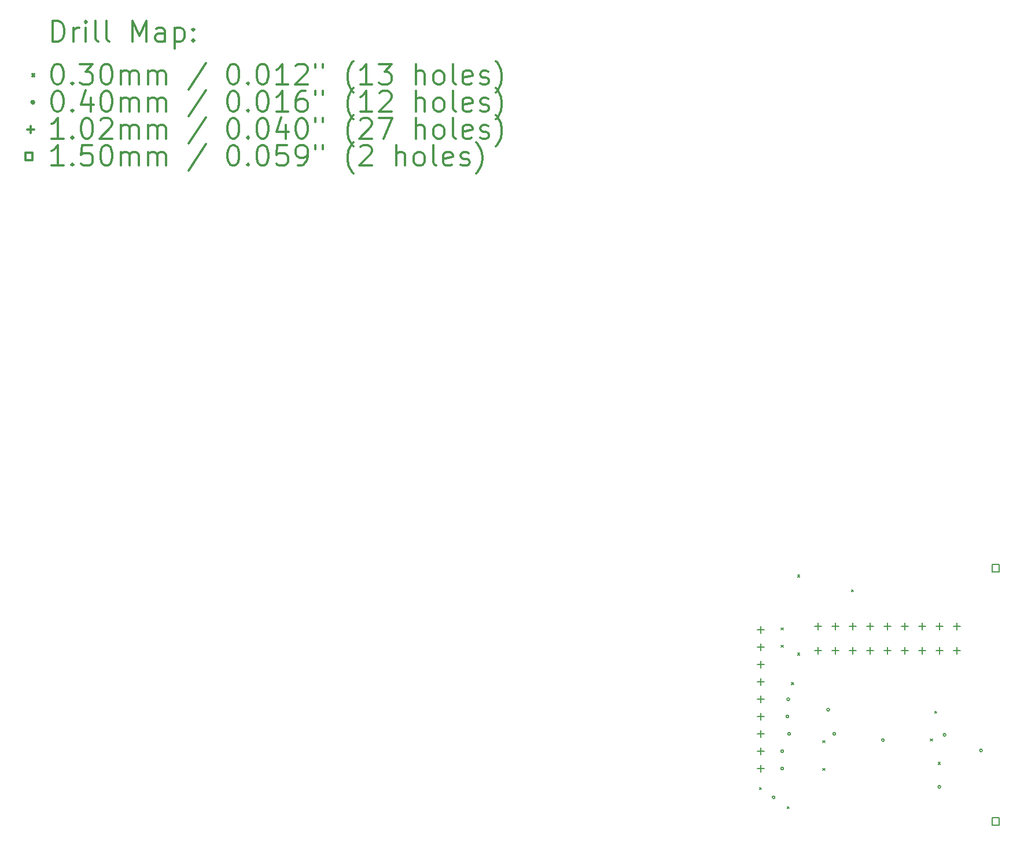
<source format=gbr>
%FSLAX45Y45*%
G04 Gerber Fmt 4.5, Leading zero omitted, Abs format (unit mm)*
G04 Created by KiCad (PCBNEW 4.0.6-e0-6349~53~ubuntu14.04.1) date Thu Nov 23 15:24:11 2017*
%MOMM*%
%LPD*%
G01*
G04 APERTURE LIST*
%ADD10C,0.127000*%
%ADD11C,0.200000*%
%ADD12C,0.300000*%
G04 APERTURE END LIST*
D10*
D11*
X10614900Y-11389600D02*
X10644900Y-11419600D01*
X10644900Y-11389600D02*
X10614900Y-11419600D01*
X10932400Y-9052800D02*
X10962400Y-9082800D01*
X10962400Y-9052800D02*
X10932400Y-9082800D01*
X10932400Y-9306800D02*
X10962400Y-9336800D01*
X10962400Y-9306800D02*
X10932400Y-9336800D01*
X11021300Y-11669000D02*
X11051300Y-11699000D01*
X11051300Y-11669000D02*
X11021300Y-11699000D01*
X11084800Y-9852900D02*
X11114800Y-9882900D01*
X11114800Y-9852900D02*
X11084800Y-9882900D01*
X11173700Y-8278100D02*
X11203700Y-8308100D01*
X11203700Y-8278100D02*
X11173700Y-8308100D01*
X11173700Y-9421100D02*
X11203700Y-9451100D01*
X11203700Y-9421100D02*
X11173700Y-9451100D01*
X11542000Y-10703800D02*
X11572000Y-10733800D01*
X11572000Y-10703800D02*
X11542000Y-10733800D01*
X11542000Y-11110200D02*
X11572000Y-11140200D01*
X11572000Y-11110200D02*
X11542000Y-11140200D01*
X11961100Y-8494000D02*
X11991100Y-8524000D01*
X11991100Y-8494000D02*
X11961100Y-8524000D01*
X13116800Y-10678400D02*
X13146800Y-10708400D01*
X13146800Y-10678400D02*
X13116800Y-10708400D01*
X13180300Y-10272000D02*
X13210300Y-10302000D01*
X13210300Y-10272000D02*
X13180300Y-10302000D01*
X13231100Y-11021300D02*
X13261100Y-11051300D01*
X13261100Y-11021300D02*
X13231100Y-11051300D01*
X10840400Y-11531600D02*
G75*
G03X10840400Y-11531600I-20000J0D01*
G01*
X10967400Y-10858500D02*
G75*
G03X10967400Y-10858500I-20000J0D01*
G01*
X10967400Y-11112500D02*
G75*
G03X10967400Y-11112500I-20000J0D01*
G01*
X11043600Y-10350500D02*
G75*
G03X11043600Y-10350500I-20000J0D01*
G01*
X11056300Y-10096500D02*
G75*
G03X11056300Y-10096500I-20000J0D01*
G01*
X11069000Y-10604500D02*
G75*
G03X11069000Y-10604500I-20000J0D01*
G01*
X11640500Y-10248900D02*
G75*
G03X11640500Y-10248900I-20000J0D01*
G01*
X11729400Y-10604500D02*
G75*
G03X11729400Y-10604500I-20000J0D01*
G01*
X12440600Y-10693400D02*
G75*
G03X12440600Y-10693400I-20000J0D01*
G01*
X13266100Y-11379200D02*
G75*
G03X13266100Y-11379200I-20000J0D01*
G01*
X13342300Y-10617200D02*
G75*
G03X13342300Y-10617200I-20000J0D01*
G01*
X13875700Y-10845800D02*
G75*
G03X13875700Y-10845800I-20000J0D01*
G01*
X10629900Y-9029700D02*
X10629900Y-9131300D01*
X10579100Y-9080500D02*
X10680700Y-9080500D01*
X10629900Y-9283700D02*
X10629900Y-9385300D01*
X10579100Y-9334500D02*
X10680700Y-9334500D01*
X10629900Y-9537700D02*
X10629900Y-9639300D01*
X10579100Y-9588500D02*
X10680700Y-9588500D01*
X10629900Y-9791700D02*
X10629900Y-9893300D01*
X10579100Y-9842500D02*
X10680700Y-9842500D01*
X10629900Y-10045700D02*
X10629900Y-10147300D01*
X10579100Y-10096500D02*
X10680700Y-10096500D01*
X10629900Y-10299700D02*
X10629900Y-10401300D01*
X10579100Y-10350500D02*
X10680700Y-10350500D01*
X10629900Y-10553700D02*
X10629900Y-10655300D01*
X10579100Y-10604500D02*
X10680700Y-10604500D01*
X10629900Y-10807700D02*
X10629900Y-10909300D01*
X10579100Y-10858500D02*
X10680700Y-10858500D01*
X10629900Y-11061700D02*
X10629900Y-11163300D01*
X10579100Y-11112500D02*
X10680700Y-11112500D01*
X11468100Y-8978900D02*
X11468100Y-9080500D01*
X11417300Y-9029700D02*
X11518900Y-9029700D01*
X11468100Y-9334500D02*
X11468100Y-9436100D01*
X11417300Y-9385300D02*
X11518900Y-9385300D01*
X11722100Y-8978900D02*
X11722100Y-9080500D01*
X11671300Y-9029700D02*
X11772900Y-9029700D01*
X11722100Y-9334500D02*
X11722100Y-9436100D01*
X11671300Y-9385300D02*
X11772900Y-9385300D01*
X11976100Y-8978900D02*
X11976100Y-9080500D01*
X11925300Y-9029700D02*
X12026900Y-9029700D01*
X11976100Y-9334500D02*
X11976100Y-9436100D01*
X11925300Y-9385300D02*
X12026900Y-9385300D01*
X12230100Y-8978900D02*
X12230100Y-9080500D01*
X12179300Y-9029700D02*
X12280900Y-9029700D01*
X12230100Y-9334500D02*
X12230100Y-9436100D01*
X12179300Y-9385300D02*
X12280900Y-9385300D01*
X12484100Y-8978900D02*
X12484100Y-9080500D01*
X12433300Y-9029700D02*
X12534900Y-9029700D01*
X12484100Y-9334500D02*
X12484100Y-9436100D01*
X12433300Y-9385300D02*
X12534900Y-9385300D01*
X12738100Y-8978900D02*
X12738100Y-9080500D01*
X12687300Y-9029700D02*
X12788900Y-9029700D01*
X12738100Y-9334500D02*
X12738100Y-9436100D01*
X12687300Y-9385300D02*
X12788900Y-9385300D01*
X12992100Y-8978900D02*
X12992100Y-9080500D01*
X12941300Y-9029700D02*
X13042900Y-9029700D01*
X12992100Y-9334500D02*
X12992100Y-9436100D01*
X12941300Y-9385300D02*
X13042900Y-9385300D01*
X13246100Y-8978900D02*
X13246100Y-9080500D01*
X13195300Y-9029700D02*
X13296900Y-9029700D01*
X13246100Y-9334500D02*
X13246100Y-9436100D01*
X13195300Y-9385300D02*
X13296900Y-9385300D01*
X13500100Y-8978900D02*
X13500100Y-9080500D01*
X13449300Y-9029700D02*
X13550900Y-9029700D01*
X13500100Y-9334500D02*
X13500100Y-9436100D01*
X13449300Y-9385300D02*
X13550900Y-9385300D01*
X14124633Y-8231833D02*
X14124633Y-8125766D01*
X14018566Y-8125766D01*
X14018566Y-8231833D01*
X14124633Y-8231833D01*
X14124633Y-11940233D02*
X14124633Y-11834166D01*
X14018566Y-11834166D01*
X14018566Y-11940233D01*
X14124633Y-11940233D01*
D12*
X271429Y-465714D02*
X271429Y-165714D01*
X342857Y-165714D01*
X385714Y-180000D01*
X414286Y-208571D01*
X428571Y-237143D01*
X442857Y-294286D01*
X442857Y-337143D01*
X428571Y-394286D01*
X414286Y-422857D01*
X385714Y-451429D01*
X342857Y-465714D01*
X271429Y-465714D01*
X571429Y-465714D02*
X571429Y-265714D01*
X571429Y-322857D02*
X585714Y-294286D01*
X600000Y-280000D01*
X628571Y-265714D01*
X657143Y-265714D01*
X757143Y-465714D02*
X757143Y-265714D01*
X757143Y-165714D02*
X742857Y-180000D01*
X757143Y-194286D01*
X771429Y-180000D01*
X757143Y-165714D01*
X757143Y-194286D01*
X942857Y-465714D02*
X914286Y-451429D01*
X900000Y-422857D01*
X900000Y-165714D01*
X1100000Y-465714D02*
X1071429Y-451429D01*
X1057143Y-422857D01*
X1057143Y-165714D01*
X1442857Y-465714D02*
X1442857Y-165714D01*
X1542857Y-380000D01*
X1642857Y-165714D01*
X1642857Y-465714D01*
X1914286Y-465714D02*
X1914286Y-308571D01*
X1900000Y-280000D01*
X1871429Y-265714D01*
X1814286Y-265714D01*
X1785714Y-280000D01*
X1914286Y-451429D02*
X1885714Y-465714D01*
X1814286Y-465714D01*
X1785714Y-451429D01*
X1771429Y-422857D01*
X1771429Y-394286D01*
X1785714Y-365714D01*
X1814286Y-351429D01*
X1885714Y-351429D01*
X1914286Y-337143D01*
X2057143Y-265714D02*
X2057143Y-565714D01*
X2057143Y-280000D02*
X2085714Y-265714D01*
X2142857Y-265714D01*
X2171429Y-280000D01*
X2185714Y-294286D01*
X2200000Y-322857D01*
X2200000Y-408571D01*
X2185714Y-437143D01*
X2171429Y-451429D01*
X2142857Y-465714D01*
X2085714Y-465714D01*
X2057143Y-451429D01*
X2328572Y-437143D02*
X2342857Y-451429D01*
X2328572Y-465714D01*
X2314286Y-451429D01*
X2328572Y-437143D01*
X2328572Y-465714D01*
X2328572Y-280000D02*
X2342857Y-294286D01*
X2328572Y-308571D01*
X2314286Y-294286D01*
X2328572Y-280000D01*
X2328572Y-308571D01*
X-30000Y-945000D02*
X0Y-975000D01*
X0Y-945000D02*
X-30000Y-975000D01*
X328571Y-795714D02*
X357143Y-795714D01*
X385714Y-810000D01*
X400000Y-824286D01*
X414286Y-852857D01*
X428571Y-910000D01*
X428571Y-981429D01*
X414286Y-1038571D01*
X400000Y-1067143D01*
X385714Y-1081429D01*
X357143Y-1095714D01*
X328571Y-1095714D01*
X300000Y-1081429D01*
X285714Y-1067143D01*
X271429Y-1038571D01*
X257143Y-981429D01*
X257143Y-910000D01*
X271429Y-852857D01*
X285714Y-824286D01*
X300000Y-810000D01*
X328571Y-795714D01*
X557143Y-1067143D02*
X571429Y-1081429D01*
X557143Y-1095714D01*
X542857Y-1081429D01*
X557143Y-1067143D01*
X557143Y-1095714D01*
X671429Y-795714D02*
X857143Y-795714D01*
X757143Y-910000D01*
X800000Y-910000D01*
X828571Y-924286D01*
X842857Y-938571D01*
X857143Y-967143D01*
X857143Y-1038571D01*
X842857Y-1067143D01*
X828571Y-1081429D01*
X800000Y-1095714D01*
X714286Y-1095714D01*
X685714Y-1081429D01*
X671429Y-1067143D01*
X1042857Y-795714D02*
X1071429Y-795714D01*
X1100000Y-810000D01*
X1114286Y-824286D01*
X1128571Y-852857D01*
X1142857Y-910000D01*
X1142857Y-981429D01*
X1128571Y-1038571D01*
X1114286Y-1067143D01*
X1100000Y-1081429D01*
X1071429Y-1095714D01*
X1042857Y-1095714D01*
X1014286Y-1081429D01*
X1000000Y-1067143D01*
X985714Y-1038571D01*
X971429Y-981429D01*
X971429Y-910000D01*
X985714Y-852857D01*
X1000000Y-824286D01*
X1014286Y-810000D01*
X1042857Y-795714D01*
X1271429Y-1095714D02*
X1271429Y-895714D01*
X1271429Y-924286D02*
X1285714Y-910000D01*
X1314286Y-895714D01*
X1357143Y-895714D01*
X1385714Y-910000D01*
X1400000Y-938571D01*
X1400000Y-1095714D01*
X1400000Y-938571D02*
X1414286Y-910000D01*
X1442857Y-895714D01*
X1485714Y-895714D01*
X1514286Y-910000D01*
X1528571Y-938571D01*
X1528571Y-1095714D01*
X1671429Y-1095714D02*
X1671429Y-895714D01*
X1671429Y-924286D02*
X1685714Y-910000D01*
X1714286Y-895714D01*
X1757143Y-895714D01*
X1785714Y-910000D01*
X1800000Y-938571D01*
X1800000Y-1095714D01*
X1800000Y-938571D02*
X1814286Y-910000D01*
X1842857Y-895714D01*
X1885714Y-895714D01*
X1914286Y-910000D01*
X1928571Y-938571D01*
X1928571Y-1095714D01*
X2514286Y-781429D02*
X2257143Y-1167143D01*
X2900000Y-795714D02*
X2928571Y-795714D01*
X2957143Y-810000D01*
X2971428Y-824286D01*
X2985714Y-852857D01*
X3000000Y-910000D01*
X3000000Y-981429D01*
X2985714Y-1038571D01*
X2971428Y-1067143D01*
X2957143Y-1081429D01*
X2928571Y-1095714D01*
X2900000Y-1095714D01*
X2871428Y-1081429D01*
X2857143Y-1067143D01*
X2842857Y-1038571D01*
X2828571Y-981429D01*
X2828571Y-910000D01*
X2842857Y-852857D01*
X2857143Y-824286D01*
X2871428Y-810000D01*
X2900000Y-795714D01*
X3128571Y-1067143D02*
X3142857Y-1081429D01*
X3128571Y-1095714D01*
X3114286Y-1081429D01*
X3128571Y-1067143D01*
X3128571Y-1095714D01*
X3328571Y-795714D02*
X3357143Y-795714D01*
X3385714Y-810000D01*
X3400000Y-824286D01*
X3414286Y-852857D01*
X3428571Y-910000D01*
X3428571Y-981429D01*
X3414286Y-1038571D01*
X3400000Y-1067143D01*
X3385714Y-1081429D01*
X3357143Y-1095714D01*
X3328571Y-1095714D01*
X3300000Y-1081429D01*
X3285714Y-1067143D01*
X3271428Y-1038571D01*
X3257143Y-981429D01*
X3257143Y-910000D01*
X3271428Y-852857D01*
X3285714Y-824286D01*
X3300000Y-810000D01*
X3328571Y-795714D01*
X3714286Y-1095714D02*
X3542857Y-1095714D01*
X3628571Y-1095714D02*
X3628571Y-795714D01*
X3600000Y-838571D01*
X3571428Y-867143D01*
X3542857Y-881429D01*
X3828571Y-824286D02*
X3842857Y-810000D01*
X3871428Y-795714D01*
X3942857Y-795714D01*
X3971428Y-810000D01*
X3985714Y-824286D01*
X4000000Y-852857D01*
X4000000Y-881429D01*
X3985714Y-924286D01*
X3814286Y-1095714D01*
X4000000Y-1095714D01*
X4114286Y-795714D02*
X4114286Y-852857D01*
X4228571Y-795714D02*
X4228571Y-852857D01*
X4671429Y-1210000D02*
X4657143Y-1195714D01*
X4628571Y-1152857D01*
X4614286Y-1124286D01*
X4600000Y-1081429D01*
X4585714Y-1010000D01*
X4585714Y-952857D01*
X4600000Y-881429D01*
X4614286Y-838571D01*
X4628571Y-810000D01*
X4657143Y-767143D01*
X4671429Y-752857D01*
X4942857Y-1095714D02*
X4771429Y-1095714D01*
X4857143Y-1095714D02*
X4857143Y-795714D01*
X4828571Y-838571D01*
X4800000Y-867143D01*
X4771429Y-881429D01*
X5042857Y-795714D02*
X5228571Y-795714D01*
X5128571Y-910000D01*
X5171429Y-910000D01*
X5200000Y-924286D01*
X5214286Y-938571D01*
X5228571Y-967143D01*
X5228571Y-1038571D01*
X5214286Y-1067143D01*
X5200000Y-1081429D01*
X5171429Y-1095714D01*
X5085714Y-1095714D01*
X5057143Y-1081429D01*
X5042857Y-1067143D01*
X5585714Y-1095714D02*
X5585714Y-795714D01*
X5714286Y-1095714D02*
X5714286Y-938571D01*
X5700000Y-910000D01*
X5671428Y-895714D01*
X5628571Y-895714D01*
X5600000Y-910000D01*
X5585714Y-924286D01*
X5900000Y-1095714D02*
X5871428Y-1081429D01*
X5857143Y-1067143D01*
X5842857Y-1038571D01*
X5842857Y-952857D01*
X5857143Y-924286D01*
X5871428Y-910000D01*
X5900000Y-895714D01*
X5942857Y-895714D01*
X5971428Y-910000D01*
X5985714Y-924286D01*
X6000000Y-952857D01*
X6000000Y-1038571D01*
X5985714Y-1067143D01*
X5971428Y-1081429D01*
X5942857Y-1095714D01*
X5900000Y-1095714D01*
X6171428Y-1095714D02*
X6142857Y-1081429D01*
X6128571Y-1052857D01*
X6128571Y-795714D01*
X6400000Y-1081429D02*
X6371429Y-1095714D01*
X6314286Y-1095714D01*
X6285714Y-1081429D01*
X6271429Y-1052857D01*
X6271429Y-938571D01*
X6285714Y-910000D01*
X6314286Y-895714D01*
X6371429Y-895714D01*
X6400000Y-910000D01*
X6414286Y-938571D01*
X6414286Y-967143D01*
X6271429Y-995714D01*
X6528571Y-1081429D02*
X6557143Y-1095714D01*
X6614286Y-1095714D01*
X6642857Y-1081429D01*
X6657143Y-1052857D01*
X6657143Y-1038571D01*
X6642857Y-1010000D01*
X6614286Y-995714D01*
X6571429Y-995714D01*
X6542857Y-981429D01*
X6528571Y-952857D01*
X6528571Y-938571D01*
X6542857Y-910000D01*
X6571429Y-895714D01*
X6614286Y-895714D01*
X6642857Y-910000D01*
X6757143Y-1210000D02*
X6771429Y-1195714D01*
X6800000Y-1152857D01*
X6814286Y-1124286D01*
X6828571Y-1081429D01*
X6842857Y-1010000D01*
X6842857Y-952857D01*
X6828571Y-881429D01*
X6814286Y-838571D01*
X6800000Y-810000D01*
X6771429Y-767143D01*
X6757143Y-752857D01*
X0Y-1356000D02*
G75*
G03X0Y-1356000I-20000J0D01*
G01*
X328571Y-1191714D02*
X357143Y-1191714D01*
X385714Y-1206000D01*
X400000Y-1220286D01*
X414286Y-1248857D01*
X428571Y-1306000D01*
X428571Y-1377429D01*
X414286Y-1434571D01*
X400000Y-1463143D01*
X385714Y-1477429D01*
X357143Y-1491714D01*
X328571Y-1491714D01*
X300000Y-1477429D01*
X285714Y-1463143D01*
X271429Y-1434571D01*
X257143Y-1377429D01*
X257143Y-1306000D01*
X271429Y-1248857D01*
X285714Y-1220286D01*
X300000Y-1206000D01*
X328571Y-1191714D01*
X557143Y-1463143D02*
X571429Y-1477429D01*
X557143Y-1491714D01*
X542857Y-1477429D01*
X557143Y-1463143D01*
X557143Y-1491714D01*
X828571Y-1291714D02*
X828571Y-1491714D01*
X757143Y-1177429D02*
X685714Y-1391714D01*
X871428Y-1391714D01*
X1042857Y-1191714D02*
X1071429Y-1191714D01*
X1100000Y-1206000D01*
X1114286Y-1220286D01*
X1128571Y-1248857D01*
X1142857Y-1306000D01*
X1142857Y-1377429D01*
X1128571Y-1434571D01*
X1114286Y-1463143D01*
X1100000Y-1477429D01*
X1071429Y-1491714D01*
X1042857Y-1491714D01*
X1014286Y-1477429D01*
X1000000Y-1463143D01*
X985714Y-1434571D01*
X971429Y-1377429D01*
X971429Y-1306000D01*
X985714Y-1248857D01*
X1000000Y-1220286D01*
X1014286Y-1206000D01*
X1042857Y-1191714D01*
X1271429Y-1491714D02*
X1271429Y-1291714D01*
X1271429Y-1320286D02*
X1285714Y-1306000D01*
X1314286Y-1291714D01*
X1357143Y-1291714D01*
X1385714Y-1306000D01*
X1400000Y-1334571D01*
X1400000Y-1491714D01*
X1400000Y-1334571D02*
X1414286Y-1306000D01*
X1442857Y-1291714D01*
X1485714Y-1291714D01*
X1514286Y-1306000D01*
X1528571Y-1334571D01*
X1528571Y-1491714D01*
X1671429Y-1491714D02*
X1671429Y-1291714D01*
X1671429Y-1320286D02*
X1685714Y-1306000D01*
X1714286Y-1291714D01*
X1757143Y-1291714D01*
X1785714Y-1306000D01*
X1800000Y-1334571D01*
X1800000Y-1491714D01*
X1800000Y-1334571D02*
X1814286Y-1306000D01*
X1842857Y-1291714D01*
X1885714Y-1291714D01*
X1914286Y-1306000D01*
X1928571Y-1334571D01*
X1928571Y-1491714D01*
X2514286Y-1177429D02*
X2257143Y-1563143D01*
X2900000Y-1191714D02*
X2928571Y-1191714D01*
X2957143Y-1206000D01*
X2971428Y-1220286D01*
X2985714Y-1248857D01*
X3000000Y-1306000D01*
X3000000Y-1377429D01*
X2985714Y-1434571D01*
X2971428Y-1463143D01*
X2957143Y-1477429D01*
X2928571Y-1491714D01*
X2900000Y-1491714D01*
X2871428Y-1477429D01*
X2857143Y-1463143D01*
X2842857Y-1434571D01*
X2828571Y-1377429D01*
X2828571Y-1306000D01*
X2842857Y-1248857D01*
X2857143Y-1220286D01*
X2871428Y-1206000D01*
X2900000Y-1191714D01*
X3128571Y-1463143D02*
X3142857Y-1477429D01*
X3128571Y-1491714D01*
X3114286Y-1477429D01*
X3128571Y-1463143D01*
X3128571Y-1491714D01*
X3328571Y-1191714D02*
X3357143Y-1191714D01*
X3385714Y-1206000D01*
X3400000Y-1220286D01*
X3414286Y-1248857D01*
X3428571Y-1306000D01*
X3428571Y-1377429D01*
X3414286Y-1434571D01*
X3400000Y-1463143D01*
X3385714Y-1477429D01*
X3357143Y-1491714D01*
X3328571Y-1491714D01*
X3300000Y-1477429D01*
X3285714Y-1463143D01*
X3271428Y-1434571D01*
X3257143Y-1377429D01*
X3257143Y-1306000D01*
X3271428Y-1248857D01*
X3285714Y-1220286D01*
X3300000Y-1206000D01*
X3328571Y-1191714D01*
X3714286Y-1491714D02*
X3542857Y-1491714D01*
X3628571Y-1491714D02*
X3628571Y-1191714D01*
X3600000Y-1234571D01*
X3571428Y-1263143D01*
X3542857Y-1277429D01*
X3971428Y-1191714D02*
X3914286Y-1191714D01*
X3885714Y-1206000D01*
X3871428Y-1220286D01*
X3842857Y-1263143D01*
X3828571Y-1320286D01*
X3828571Y-1434571D01*
X3842857Y-1463143D01*
X3857143Y-1477429D01*
X3885714Y-1491714D01*
X3942857Y-1491714D01*
X3971428Y-1477429D01*
X3985714Y-1463143D01*
X4000000Y-1434571D01*
X4000000Y-1363143D01*
X3985714Y-1334571D01*
X3971428Y-1320286D01*
X3942857Y-1306000D01*
X3885714Y-1306000D01*
X3857143Y-1320286D01*
X3842857Y-1334571D01*
X3828571Y-1363143D01*
X4114286Y-1191714D02*
X4114286Y-1248857D01*
X4228571Y-1191714D02*
X4228571Y-1248857D01*
X4671429Y-1606000D02*
X4657143Y-1591714D01*
X4628571Y-1548857D01*
X4614286Y-1520286D01*
X4600000Y-1477429D01*
X4585714Y-1406000D01*
X4585714Y-1348857D01*
X4600000Y-1277429D01*
X4614286Y-1234571D01*
X4628571Y-1206000D01*
X4657143Y-1163143D01*
X4671429Y-1148857D01*
X4942857Y-1491714D02*
X4771429Y-1491714D01*
X4857143Y-1491714D02*
X4857143Y-1191714D01*
X4828571Y-1234571D01*
X4800000Y-1263143D01*
X4771429Y-1277429D01*
X5057143Y-1220286D02*
X5071429Y-1206000D01*
X5100000Y-1191714D01*
X5171429Y-1191714D01*
X5200000Y-1206000D01*
X5214286Y-1220286D01*
X5228571Y-1248857D01*
X5228571Y-1277429D01*
X5214286Y-1320286D01*
X5042857Y-1491714D01*
X5228571Y-1491714D01*
X5585714Y-1491714D02*
X5585714Y-1191714D01*
X5714286Y-1491714D02*
X5714286Y-1334571D01*
X5700000Y-1306000D01*
X5671428Y-1291714D01*
X5628571Y-1291714D01*
X5600000Y-1306000D01*
X5585714Y-1320286D01*
X5900000Y-1491714D02*
X5871428Y-1477429D01*
X5857143Y-1463143D01*
X5842857Y-1434571D01*
X5842857Y-1348857D01*
X5857143Y-1320286D01*
X5871428Y-1306000D01*
X5900000Y-1291714D01*
X5942857Y-1291714D01*
X5971428Y-1306000D01*
X5985714Y-1320286D01*
X6000000Y-1348857D01*
X6000000Y-1434571D01*
X5985714Y-1463143D01*
X5971428Y-1477429D01*
X5942857Y-1491714D01*
X5900000Y-1491714D01*
X6171428Y-1491714D02*
X6142857Y-1477429D01*
X6128571Y-1448857D01*
X6128571Y-1191714D01*
X6400000Y-1477429D02*
X6371429Y-1491714D01*
X6314286Y-1491714D01*
X6285714Y-1477429D01*
X6271429Y-1448857D01*
X6271429Y-1334571D01*
X6285714Y-1306000D01*
X6314286Y-1291714D01*
X6371429Y-1291714D01*
X6400000Y-1306000D01*
X6414286Y-1334571D01*
X6414286Y-1363143D01*
X6271429Y-1391714D01*
X6528571Y-1477429D02*
X6557143Y-1491714D01*
X6614286Y-1491714D01*
X6642857Y-1477429D01*
X6657143Y-1448857D01*
X6657143Y-1434571D01*
X6642857Y-1406000D01*
X6614286Y-1391714D01*
X6571429Y-1391714D01*
X6542857Y-1377429D01*
X6528571Y-1348857D01*
X6528571Y-1334571D01*
X6542857Y-1306000D01*
X6571429Y-1291714D01*
X6614286Y-1291714D01*
X6642857Y-1306000D01*
X6757143Y-1606000D02*
X6771429Y-1591714D01*
X6800000Y-1548857D01*
X6814286Y-1520286D01*
X6828571Y-1477429D01*
X6842857Y-1406000D01*
X6842857Y-1348857D01*
X6828571Y-1277429D01*
X6814286Y-1234571D01*
X6800000Y-1206000D01*
X6771429Y-1163143D01*
X6757143Y-1148857D01*
X-50800Y-1701200D02*
X-50800Y-1802800D01*
X-101600Y-1752000D02*
X0Y-1752000D01*
X428571Y-1887714D02*
X257143Y-1887714D01*
X342857Y-1887714D02*
X342857Y-1587714D01*
X314286Y-1630571D01*
X285714Y-1659143D01*
X257143Y-1673429D01*
X557143Y-1859143D02*
X571429Y-1873429D01*
X557143Y-1887714D01*
X542857Y-1873429D01*
X557143Y-1859143D01*
X557143Y-1887714D01*
X757143Y-1587714D02*
X785714Y-1587714D01*
X814286Y-1602000D01*
X828571Y-1616286D01*
X842857Y-1644857D01*
X857143Y-1702000D01*
X857143Y-1773429D01*
X842857Y-1830571D01*
X828571Y-1859143D01*
X814286Y-1873429D01*
X785714Y-1887714D01*
X757143Y-1887714D01*
X728571Y-1873429D01*
X714286Y-1859143D01*
X700000Y-1830571D01*
X685714Y-1773429D01*
X685714Y-1702000D01*
X700000Y-1644857D01*
X714286Y-1616286D01*
X728571Y-1602000D01*
X757143Y-1587714D01*
X971429Y-1616286D02*
X985714Y-1602000D01*
X1014286Y-1587714D01*
X1085714Y-1587714D01*
X1114286Y-1602000D01*
X1128571Y-1616286D01*
X1142857Y-1644857D01*
X1142857Y-1673429D01*
X1128571Y-1716286D01*
X957143Y-1887714D01*
X1142857Y-1887714D01*
X1271429Y-1887714D02*
X1271429Y-1687714D01*
X1271429Y-1716286D02*
X1285714Y-1702000D01*
X1314286Y-1687714D01*
X1357143Y-1687714D01*
X1385714Y-1702000D01*
X1400000Y-1730571D01*
X1400000Y-1887714D01*
X1400000Y-1730571D02*
X1414286Y-1702000D01*
X1442857Y-1687714D01*
X1485714Y-1687714D01*
X1514286Y-1702000D01*
X1528571Y-1730571D01*
X1528571Y-1887714D01*
X1671429Y-1887714D02*
X1671429Y-1687714D01*
X1671429Y-1716286D02*
X1685714Y-1702000D01*
X1714286Y-1687714D01*
X1757143Y-1687714D01*
X1785714Y-1702000D01*
X1800000Y-1730571D01*
X1800000Y-1887714D01*
X1800000Y-1730571D02*
X1814286Y-1702000D01*
X1842857Y-1687714D01*
X1885714Y-1687714D01*
X1914286Y-1702000D01*
X1928571Y-1730571D01*
X1928571Y-1887714D01*
X2514286Y-1573429D02*
X2257143Y-1959143D01*
X2900000Y-1587714D02*
X2928571Y-1587714D01*
X2957143Y-1602000D01*
X2971428Y-1616286D01*
X2985714Y-1644857D01*
X3000000Y-1702000D01*
X3000000Y-1773429D01*
X2985714Y-1830571D01*
X2971428Y-1859143D01*
X2957143Y-1873429D01*
X2928571Y-1887714D01*
X2900000Y-1887714D01*
X2871428Y-1873429D01*
X2857143Y-1859143D01*
X2842857Y-1830571D01*
X2828571Y-1773429D01*
X2828571Y-1702000D01*
X2842857Y-1644857D01*
X2857143Y-1616286D01*
X2871428Y-1602000D01*
X2900000Y-1587714D01*
X3128571Y-1859143D02*
X3142857Y-1873429D01*
X3128571Y-1887714D01*
X3114286Y-1873429D01*
X3128571Y-1859143D01*
X3128571Y-1887714D01*
X3328571Y-1587714D02*
X3357143Y-1587714D01*
X3385714Y-1602000D01*
X3400000Y-1616286D01*
X3414286Y-1644857D01*
X3428571Y-1702000D01*
X3428571Y-1773429D01*
X3414286Y-1830571D01*
X3400000Y-1859143D01*
X3385714Y-1873429D01*
X3357143Y-1887714D01*
X3328571Y-1887714D01*
X3300000Y-1873429D01*
X3285714Y-1859143D01*
X3271428Y-1830571D01*
X3257143Y-1773429D01*
X3257143Y-1702000D01*
X3271428Y-1644857D01*
X3285714Y-1616286D01*
X3300000Y-1602000D01*
X3328571Y-1587714D01*
X3685714Y-1687714D02*
X3685714Y-1887714D01*
X3614286Y-1573429D02*
X3542857Y-1787714D01*
X3728571Y-1787714D01*
X3900000Y-1587714D02*
X3928571Y-1587714D01*
X3957143Y-1602000D01*
X3971428Y-1616286D01*
X3985714Y-1644857D01*
X4000000Y-1702000D01*
X4000000Y-1773429D01*
X3985714Y-1830571D01*
X3971428Y-1859143D01*
X3957143Y-1873429D01*
X3928571Y-1887714D01*
X3900000Y-1887714D01*
X3871428Y-1873429D01*
X3857143Y-1859143D01*
X3842857Y-1830571D01*
X3828571Y-1773429D01*
X3828571Y-1702000D01*
X3842857Y-1644857D01*
X3857143Y-1616286D01*
X3871428Y-1602000D01*
X3900000Y-1587714D01*
X4114286Y-1587714D02*
X4114286Y-1644857D01*
X4228571Y-1587714D02*
X4228571Y-1644857D01*
X4671429Y-2002000D02*
X4657143Y-1987714D01*
X4628571Y-1944857D01*
X4614286Y-1916286D01*
X4600000Y-1873429D01*
X4585714Y-1802000D01*
X4585714Y-1744857D01*
X4600000Y-1673429D01*
X4614286Y-1630571D01*
X4628571Y-1602000D01*
X4657143Y-1559143D01*
X4671429Y-1544857D01*
X4771429Y-1616286D02*
X4785714Y-1602000D01*
X4814286Y-1587714D01*
X4885714Y-1587714D01*
X4914286Y-1602000D01*
X4928571Y-1616286D01*
X4942857Y-1644857D01*
X4942857Y-1673429D01*
X4928571Y-1716286D01*
X4757143Y-1887714D01*
X4942857Y-1887714D01*
X5042857Y-1587714D02*
X5242857Y-1587714D01*
X5114286Y-1887714D01*
X5585714Y-1887714D02*
X5585714Y-1587714D01*
X5714286Y-1887714D02*
X5714286Y-1730571D01*
X5700000Y-1702000D01*
X5671428Y-1687714D01*
X5628571Y-1687714D01*
X5600000Y-1702000D01*
X5585714Y-1716286D01*
X5900000Y-1887714D02*
X5871428Y-1873429D01*
X5857143Y-1859143D01*
X5842857Y-1830571D01*
X5842857Y-1744857D01*
X5857143Y-1716286D01*
X5871428Y-1702000D01*
X5900000Y-1687714D01*
X5942857Y-1687714D01*
X5971428Y-1702000D01*
X5985714Y-1716286D01*
X6000000Y-1744857D01*
X6000000Y-1830571D01*
X5985714Y-1859143D01*
X5971428Y-1873429D01*
X5942857Y-1887714D01*
X5900000Y-1887714D01*
X6171428Y-1887714D02*
X6142857Y-1873429D01*
X6128571Y-1844857D01*
X6128571Y-1587714D01*
X6400000Y-1873429D02*
X6371429Y-1887714D01*
X6314286Y-1887714D01*
X6285714Y-1873429D01*
X6271429Y-1844857D01*
X6271429Y-1730571D01*
X6285714Y-1702000D01*
X6314286Y-1687714D01*
X6371429Y-1687714D01*
X6400000Y-1702000D01*
X6414286Y-1730571D01*
X6414286Y-1759143D01*
X6271429Y-1787714D01*
X6528571Y-1873429D02*
X6557143Y-1887714D01*
X6614286Y-1887714D01*
X6642857Y-1873429D01*
X6657143Y-1844857D01*
X6657143Y-1830571D01*
X6642857Y-1802000D01*
X6614286Y-1787714D01*
X6571429Y-1787714D01*
X6542857Y-1773429D01*
X6528571Y-1744857D01*
X6528571Y-1730571D01*
X6542857Y-1702000D01*
X6571429Y-1687714D01*
X6614286Y-1687714D01*
X6642857Y-1702000D01*
X6757143Y-2002000D02*
X6771429Y-1987714D01*
X6800000Y-1944857D01*
X6814286Y-1916286D01*
X6828571Y-1873429D01*
X6842857Y-1802000D01*
X6842857Y-1744857D01*
X6828571Y-1673429D01*
X6814286Y-1630571D01*
X6800000Y-1602000D01*
X6771429Y-1559143D01*
X6757143Y-1544857D01*
X-21966Y-2201034D02*
X-21966Y-2094966D01*
X-128033Y-2094966D01*
X-128033Y-2201034D01*
X-21966Y-2201034D01*
X428571Y-2283714D02*
X257143Y-2283714D01*
X342857Y-2283714D02*
X342857Y-1983714D01*
X314286Y-2026571D01*
X285714Y-2055143D01*
X257143Y-2069429D01*
X557143Y-2255143D02*
X571429Y-2269429D01*
X557143Y-2283714D01*
X542857Y-2269429D01*
X557143Y-2255143D01*
X557143Y-2283714D01*
X842857Y-1983714D02*
X700000Y-1983714D01*
X685714Y-2126571D01*
X700000Y-2112286D01*
X728571Y-2098000D01*
X800000Y-2098000D01*
X828571Y-2112286D01*
X842857Y-2126571D01*
X857143Y-2155143D01*
X857143Y-2226571D01*
X842857Y-2255143D01*
X828571Y-2269429D01*
X800000Y-2283714D01*
X728571Y-2283714D01*
X700000Y-2269429D01*
X685714Y-2255143D01*
X1042857Y-1983714D02*
X1071429Y-1983714D01*
X1100000Y-1998000D01*
X1114286Y-2012286D01*
X1128571Y-2040857D01*
X1142857Y-2098000D01*
X1142857Y-2169429D01*
X1128571Y-2226571D01*
X1114286Y-2255143D01*
X1100000Y-2269429D01*
X1071429Y-2283714D01*
X1042857Y-2283714D01*
X1014286Y-2269429D01*
X1000000Y-2255143D01*
X985714Y-2226571D01*
X971429Y-2169429D01*
X971429Y-2098000D01*
X985714Y-2040857D01*
X1000000Y-2012286D01*
X1014286Y-1998000D01*
X1042857Y-1983714D01*
X1271429Y-2283714D02*
X1271429Y-2083714D01*
X1271429Y-2112286D02*
X1285714Y-2098000D01*
X1314286Y-2083714D01*
X1357143Y-2083714D01*
X1385714Y-2098000D01*
X1400000Y-2126571D01*
X1400000Y-2283714D01*
X1400000Y-2126571D02*
X1414286Y-2098000D01*
X1442857Y-2083714D01*
X1485714Y-2083714D01*
X1514286Y-2098000D01*
X1528571Y-2126571D01*
X1528571Y-2283714D01*
X1671429Y-2283714D02*
X1671429Y-2083714D01*
X1671429Y-2112286D02*
X1685714Y-2098000D01*
X1714286Y-2083714D01*
X1757143Y-2083714D01*
X1785714Y-2098000D01*
X1800000Y-2126571D01*
X1800000Y-2283714D01*
X1800000Y-2126571D02*
X1814286Y-2098000D01*
X1842857Y-2083714D01*
X1885714Y-2083714D01*
X1914286Y-2098000D01*
X1928571Y-2126571D01*
X1928571Y-2283714D01*
X2514286Y-1969429D02*
X2257143Y-2355143D01*
X2900000Y-1983714D02*
X2928571Y-1983714D01*
X2957143Y-1998000D01*
X2971428Y-2012286D01*
X2985714Y-2040857D01*
X3000000Y-2098000D01*
X3000000Y-2169429D01*
X2985714Y-2226571D01*
X2971428Y-2255143D01*
X2957143Y-2269429D01*
X2928571Y-2283714D01*
X2900000Y-2283714D01*
X2871428Y-2269429D01*
X2857143Y-2255143D01*
X2842857Y-2226571D01*
X2828571Y-2169429D01*
X2828571Y-2098000D01*
X2842857Y-2040857D01*
X2857143Y-2012286D01*
X2871428Y-1998000D01*
X2900000Y-1983714D01*
X3128571Y-2255143D02*
X3142857Y-2269429D01*
X3128571Y-2283714D01*
X3114286Y-2269429D01*
X3128571Y-2255143D01*
X3128571Y-2283714D01*
X3328571Y-1983714D02*
X3357143Y-1983714D01*
X3385714Y-1998000D01*
X3400000Y-2012286D01*
X3414286Y-2040857D01*
X3428571Y-2098000D01*
X3428571Y-2169429D01*
X3414286Y-2226571D01*
X3400000Y-2255143D01*
X3385714Y-2269429D01*
X3357143Y-2283714D01*
X3328571Y-2283714D01*
X3300000Y-2269429D01*
X3285714Y-2255143D01*
X3271428Y-2226571D01*
X3257143Y-2169429D01*
X3257143Y-2098000D01*
X3271428Y-2040857D01*
X3285714Y-2012286D01*
X3300000Y-1998000D01*
X3328571Y-1983714D01*
X3700000Y-1983714D02*
X3557143Y-1983714D01*
X3542857Y-2126571D01*
X3557143Y-2112286D01*
X3585714Y-2098000D01*
X3657143Y-2098000D01*
X3685714Y-2112286D01*
X3700000Y-2126571D01*
X3714286Y-2155143D01*
X3714286Y-2226571D01*
X3700000Y-2255143D01*
X3685714Y-2269429D01*
X3657143Y-2283714D01*
X3585714Y-2283714D01*
X3557143Y-2269429D01*
X3542857Y-2255143D01*
X3857143Y-2283714D02*
X3914286Y-2283714D01*
X3942857Y-2269429D01*
X3957143Y-2255143D01*
X3985714Y-2212286D01*
X4000000Y-2155143D01*
X4000000Y-2040857D01*
X3985714Y-2012286D01*
X3971428Y-1998000D01*
X3942857Y-1983714D01*
X3885714Y-1983714D01*
X3857143Y-1998000D01*
X3842857Y-2012286D01*
X3828571Y-2040857D01*
X3828571Y-2112286D01*
X3842857Y-2140857D01*
X3857143Y-2155143D01*
X3885714Y-2169429D01*
X3942857Y-2169429D01*
X3971428Y-2155143D01*
X3985714Y-2140857D01*
X4000000Y-2112286D01*
X4114286Y-1983714D02*
X4114286Y-2040857D01*
X4228571Y-1983714D02*
X4228571Y-2040857D01*
X4671429Y-2398000D02*
X4657143Y-2383714D01*
X4628571Y-2340857D01*
X4614286Y-2312286D01*
X4600000Y-2269429D01*
X4585714Y-2198000D01*
X4585714Y-2140857D01*
X4600000Y-2069429D01*
X4614286Y-2026571D01*
X4628571Y-1998000D01*
X4657143Y-1955143D01*
X4671429Y-1940857D01*
X4771429Y-2012286D02*
X4785714Y-1998000D01*
X4814286Y-1983714D01*
X4885714Y-1983714D01*
X4914286Y-1998000D01*
X4928571Y-2012286D01*
X4942857Y-2040857D01*
X4942857Y-2069429D01*
X4928571Y-2112286D01*
X4757143Y-2283714D01*
X4942857Y-2283714D01*
X5300000Y-2283714D02*
X5300000Y-1983714D01*
X5428571Y-2283714D02*
X5428571Y-2126571D01*
X5414286Y-2098000D01*
X5385714Y-2083714D01*
X5342857Y-2083714D01*
X5314286Y-2098000D01*
X5300000Y-2112286D01*
X5614286Y-2283714D02*
X5585714Y-2269429D01*
X5571429Y-2255143D01*
X5557143Y-2226571D01*
X5557143Y-2140857D01*
X5571429Y-2112286D01*
X5585714Y-2098000D01*
X5614286Y-2083714D01*
X5657143Y-2083714D01*
X5685714Y-2098000D01*
X5700000Y-2112286D01*
X5714286Y-2140857D01*
X5714286Y-2226571D01*
X5700000Y-2255143D01*
X5685714Y-2269429D01*
X5657143Y-2283714D01*
X5614286Y-2283714D01*
X5885714Y-2283714D02*
X5857143Y-2269429D01*
X5842857Y-2240857D01*
X5842857Y-1983714D01*
X6114286Y-2269429D02*
X6085714Y-2283714D01*
X6028571Y-2283714D01*
X6000000Y-2269429D01*
X5985714Y-2240857D01*
X5985714Y-2126571D01*
X6000000Y-2098000D01*
X6028571Y-2083714D01*
X6085714Y-2083714D01*
X6114286Y-2098000D01*
X6128571Y-2126571D01*
X6128571Y-2155143D01*
X5985714Y-2183714D01*
X6242857Y-2269429D02*
X6271429Y-2283714D01*
X6328571Y-2283714D01*
X6357143Y-2269429D01*
X6371429Y-2240857D01*
X6371429Y-2226571D01*
X6357143Y-2198000D01*
X6328571Y-2183714D01*
X6285714Y-2183714D01*
X6257143Y-2169429D01*
X6242857Y-2140857D01*
X6242857Y-2126571D01*
X6257143Y-2098000D01*
X6285714Y-2083714D01*
X6328571Y-2083714D01*
X6357143Y-2098000D01*
X6471428Y-2398000D02*
X6485714Y-2383714D01*
X6514286Y-2340857D01*
X6528571Y-2312286D01*
X6542857Y-2269429D01*
X6557143Y-2198000D01*
X6557143Y-2140857D01*
X6542857Y-2069429D01*
X6528571Y-2026571D01*
X6514286Y-1998000D01*
X6485714Y-1955143D01*
X6471428Y-1940857D01*
M02*

</source>
